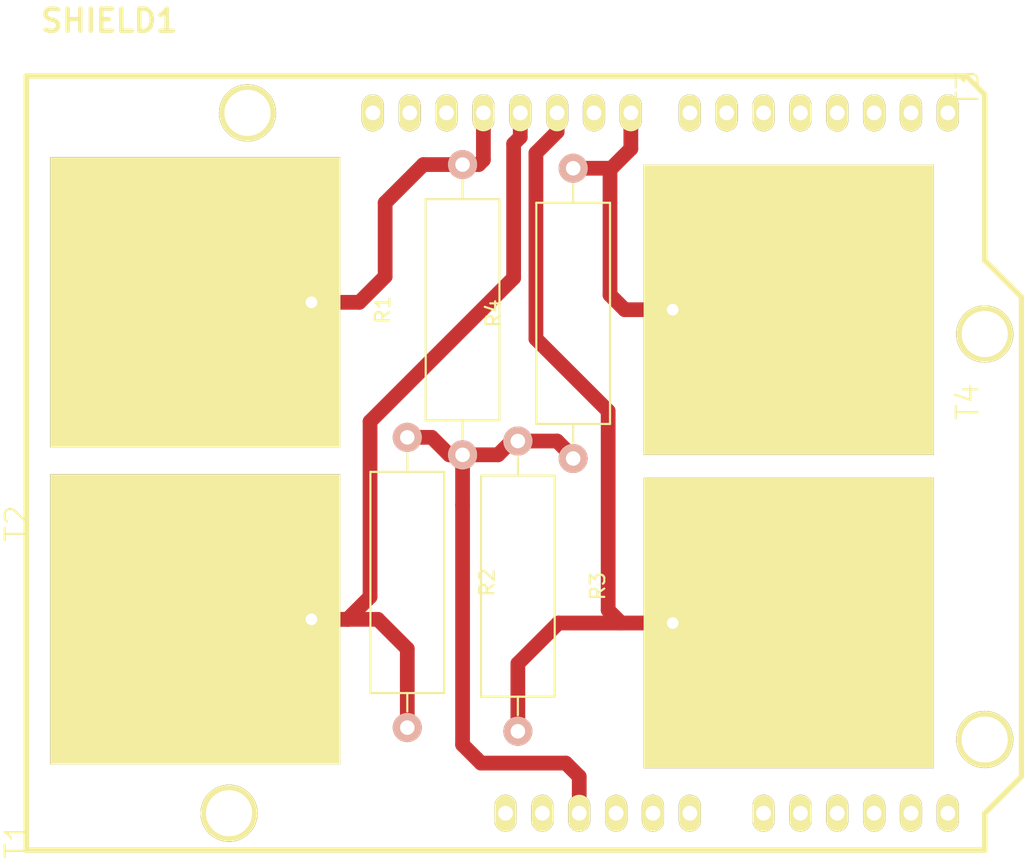
<source format=kicad_pcb>
(kicad_pcb (version 4) (host pcbnew "(2015-07-07 BZR 5906)-product")

  (general
    (links 12)
    (no_connects 0)
    (area 116.729857 43.8284 194.166143 104.007)
    (thickness 1.6)
    (drawings 0)
    (tracks 53)
    (zones 0)
    (modules 9)
    (nets 29)
  )

  (page A4)
  (layers
    (0 F.Cu signal)
    (31 B.Cu signal)
    (32 B.Adhes user)
    (33 F.Adhes user)
    (34 B.Paste user)
    (35 F.Paste user)
    (36 B.SilkS user)
    (37 F.SilkS user)
    (38 B.Mask user)
    (39 F.Mask user)
    (40 Dwgs.User user)
    (41 Cmts.User user)
    (42 Eco1.User user)
    (43 Eco2.User user)
    (44 Edge.Cuts user)
    (45 Margin user)
    (46 B.CrtYd user)
    (47 F.CrtYd user)
    (48 B.Fab user)
    (49 F.Fab user)
  )

  (setup
    (last_trace_width 1.016)
    (trace_clearance 0.52)
    (zone_clearance 0.52)
    (zone_45_only no)
    (trace_min 0.2)
    (segment_width 0.2)
    (edge_width 0.1)
    (via_size 0.6)
    (via_drill 0.4)
    (via_min_size 0.4)
    (via_min_drill 0.3)
    (uvia_size 0.3)
    (uvia_drill 0.1)
    (uvias_allowed no)
    (uvia_min_size 0)
    (uvia_min_drill 0)
    (pcb_text_width 0.3)
    (pcb_text_size 1.5 1.5)
    (mod_edge_width 0.15)
    (mod_text_size 1 1)
    (mod_text_width 0.15)
    (pad_size 1.5 1.5)
    (pad_drill 0.6)
    (pad_to_mask_clearance 0)
    (aux_axis_origin 0 0)
    (visible_elements FFFFFF3F)
    (pcbplotparams
      (layerselection 0x00000_00000001)
      (usegerberextensions false)
      (excludeedgelayer true)
      (linewidth 0.100000)
      (plotframeref false)
      (viasonmask false)
      (mode 1)
      (useauxorigin false)
      (hpglpennumber 1)
      (hpglpenspeed 20)
      (hpglpendiameter 15)
      (hpglpenoverlay 2)
      (psnegative false)
      (psa4output false)
      (plotreference true)
      (plotvalue true)
      (plotinvisibletext false)
      (padsonsilk false)
      (subtractmaskfromsilk false)
      (outputformat 1)
      (mirror false)
      (drillshape 0)
      (scaleselection 1)
      (outputdirectory gerbers/))
  )

  (net 0 "")
  (net 1 VCC)
  (net 2 Touch1)
  (net 3 Touch2)
  (net 4 Touch3)
  (net 5 Touch4)
  (net 6 "Net-(SHIELD1-PadAD5)")
  (net 7 "Net-(SHIELD1-PadAD4)")
  (net 8 "Net-(SHIELD1-PadAD3)")
  (net 9 "Net-(SHIELD1-PadAD0)")
  (net 10 "Net-(SHIELD1-PadAD1)")
  (net 11 "Net-(SHIELD1-PadAD2)")
  (net 12 "Net-(SHIELD1-PadV_IN)")
  (net 13 "Net-(SHIELD1-Pad3V3)")
  (net 14 "Net-(SHIELD1-PadRST)")
  (net 15 "Net-(SHIELD1-Pad0)")
  (net 16 "Net-(SHIELD1-Pad1)")
  (net 17 "Net-(SHIELD1-Pad6)")
  (net 18 "Net-(SHIELD1-Pad7)")
  (net 19 "Net-(SHIELD1-Pad9)")
  (net 20 "Net-(SHIELD1-Pad13)")
  (net 21 "Net-(SHIELD1-PadAREF)")
  (net 22 "Net-(SHIELD1-Pad2)")
  (net 23 "Net-(SHIELD1-Pad3)")
  (net 24 "Net-(SHIELD1-Pad4)")
  (net 25 "Net-(SHIELD1-Pad5)")
  (net 26 "Net-(SHIELD1-PadGND2)")
  (net 27 "Net-(SHIELD1-PadGND1)")
  (net 28 "Net-(SHIELD1-PadGND3)")

  (net_class Default "This is the default net class."
    (clearance 0.52)
    (trace_width 1.016)
    (via_dia 0.6)
    (via_drill 0.4)
    (uvia_dia 0.3)
    (uvia_drill 0.1)
    (add_net "Net-(SHIELD1-Pad0)")
    (add_net "Net-(SHIELD1-Pad1)")
    (add_net "Net-(SHIELD1-Pad13)")
    (add_net "Net-(SHIELD1-Pad2)")
    (add_net "Net-(SHIELD1-Pad3)")
    (add_net "Net-(SHIELD1-Pad3V3)")
    (add_net "Net-(SHIELD1-Pad4)")
    (add_net "Net-(SHIELD1-Pad5)")
    (add_net "Net-(SHIELD1-Pad6)")
    (add_net "Net-(SHIELD1-Pad7)")
    (add_net "Net-(SHIELD1-Pad9)")
    (add_net "Net-(SHIELD1-PadAD0)")
    (add_net "Net-(SHIELD1-PadAD1)")
    (add_net "Net-(SHIELD1-PadAD2)")
    (add_net "Net-(SHIELD1-PadAD3)")
    (add_net "Net-(SHIELD1-PadAD4)")
    (add_net "Net-(SHIELD1-PadAD5)")
    (add_net "Net-(SHIELD1-PadAREF)")
    (add_net "Net-(SHIELD1-PadGND1)")
    (add_net "Net-(SHIELD1-PadGND2)")
    (add_net "Net-(SHIELD1-PadGND3)")
    (add_net "Net-(SHIELD1-PadRST)")
    (add_net "Net-(SHIELD1-PadV_IN)")
    (add_net Touch1)
    (add_net Touch2)
    (add_net Touch3)
    (add_net Touch4)
    (add_net VCC)
  )

  (module Resistors_ThroughHole:Resistor_Horizontal_RM20mm (layer F.Cu) (tedit 53F56317) (tstamp 55DDDB69)
    (at 153.416 65.786 90)
    (descr "Resistor, Axial, RM 20mm,")
    (tags "Resistor, Axial, RM 20mm,")
    (path /55DDC4C3)
    (fp_text reference R1 (at 0 -5.4991 90) (layer F.SilkS)
      (effects (font (size 1 1) (thickness 0.15)))
    )
    (fp_text value 1M (at 0 5.00126 90) (layer F.Fab)
      (effects (font (size 1 1) (thickness 0.15)))
    )
    (fp_line (start -7.62 -2.54) (end -7.62 2.54) (layer F.SilkS) (width 0.15))
    (fp_line (start -7.62 2.54) (end 7.62 2.54) (layer F.SilkS) (width 0.15))
    (fp_line (start 7.62 2.54) (end 7.62 0) (layer F.SilkS) (width 0.15))
    (fp_line (start 7.62 0) (end 7.62 -2.54) (layer F.SilkS) (width 0.15))
    (fp_line (start 7.62 -2.54) (end -7.62 -2.54) (layer F.SilkS) (width 0.15))
    (fp_line (start 8.89 0) (end 7.62 0) (layer F.SilkS) (width 0.15))
    (fp_line (start -8.89 0) (end -7.62 0) (layer F.SilkS) (width 0.15))
    (pad 1 thru_hole circle (at -10 0 90) (size 1.99898 1.99898) (drill 1.00076) (layers *.Cu *.SilkS *.Mask)
      (net 1 VCC))
    (pad 2 thru_hole circle (at 10 0 90) (size 1.99898 1.99898) (drill 1.00076) (layers *.Cu *.SilkS *.Mask)
      (net 3 Touch2))
    (model Resistors_ThroughHole.3dshapes/Resistor_Horizontal_RM20mm.wrl
      (at (xyz 0 0 0))
      (scale (xyz 0.4 0.4 0.4))
      (rotate (xyz 0 0 0))
    )
  )

  (module Resistors_ThroughHole:Resistor_Horizontal_RM20mm (layer F.Cu) (tedit 53F56317) (tstamp 55DDDB6F)
    (at 149.606 84.582 270)
    (descr "Resistor, Axial, RM 20mm,")
    (tags "Resistor, Axial, RM 20mm,")
    (path /55DDC93F)
    (fp_text reference R2 (at 0 -5.4991 270) (layer F.SilkS)
      (effects (font (size 1 1) (thickness 0.15)))
    )
    (fp_text value 1M (at 0 5.00126 270) (layer F.Fab)
      (effects (font (size 1 1) (thickness 0.15)))
    )
    (fp_line (start -7.62 -2.54) (end -7.62 2.54) (layer F.SilkS) (width 0.15))
    (fp_line (start -7.62 2.54) (end 7.62 2.54) (layer F.SilkS) (width 0.15))
    (fp_line (start 7.62 2.54) (end 7.62 0) (layer F.SilkS) (width 0.15))
    (fp_line (start 7.62 0) (end 7.62 -2.54) (layer F.SilkS) (width 0.15))
    (fp_line (start 7.62 -2.54) (end -7.62 -2.54) (layer F.SilkS) (width 0.15))
    (fp_line (start 8.89 0) (end 7.62 0) (layer F.SilkS) (width 0.15))
    (fp_line (start -8.89 0) (end -7.62 0) (layer F.SilkS) (width 0.15))
    (pad 1 thru_hole circle (at -10 0 270) (size 1.99898 1.99898) (drill 1.00076) (layers *.Cu *.SilkS *.Mask)
      (net 1 VCC))
    (pad 2 thru_hole circle (at 10 0 270) (size 1.99898 1.99898) (drill 1.00076) (layers *.Cu *.SilkS *.Mask)
      (net 2 Touch1))
    (model Resistors_ThroughHole.3dshapes/Resistor_Horizontal_RM20mm.wrl
      (at (xyz 0 0 0))
      (scale (xyz 0.4 0.4 0.4))
      (rotate (xyz 0 0 0))
    )
  )

  (module Resistors_ThroughHole:Resistor_Horizontal_RM20mm (layer F.Cu) (tedit 53F56317) (tstamp 55DDDB75)
    (at 157.226 84.836 270)
    (descr "Resistor, Axial, RM 20mm,")
    (tags "Resistor, Axial, RM 20mm,")
    (path /55DDC95C)
    (fp_text reference R3 (at 0 -5.4991 270) (layer F.SilkS)
      (effects (font (size 1 1) (thickness 0.15)))
    )
    (fp_text value 1M (at 0 5.00126 270) (layer F.Fab)
      (effects (font (size 1 1) (thickness 0.15)))
    )
    (fp_line (start -7.62 -2.54) (end -7.62 2.54) (layer F.SilkS) (width 0.15))
    (fp_line (start -7.62 2.54) (end 7.62 2.54) (layer F.SilkS) (width 0.15))
    (fp_line (start 7.62 2.54) (end 7.62 0) (layer F.SilkS) (width 0.15))
    (fp_line (start 7.62 0) (end 7.62 -2.54) (layer F.SilkS) (width 0.15))
    (fp_line (start 7.62 -2.54) (end -7.62 -2.54) (layer F.SilkS) (width 0.15))
    (fp_line (start 8.89 0) (end 7.62 0) (layer F.SilkS) (width 0.15))
    (fp_line (start -8.89 0) (end -7.62 0) (layer F.SilkS) (width 0.15))
    (pad 1 thru_hole circle (at -10 0 270) (size 1.99898 1.99898) (drill 1.00076) (layers *.Cu *.SilkS *.Mask)
      (net 1 VCC))
    (pad 2 thru_hole circle (at 10 0 270) (size 1.99898 1.99898) (drill 1.00076) (layers *.Cu *.SilkS *.Mask)
      (net 5 Touch4))
    (model Resistors_ThroughHole.3dshapes/Resistor_Horizontal_RM20mm.wrl
      (at (xyz 0 0 0))
      (scale (xyz 0.4 0.4 0.4))
      (rotate (xyz 0 0 0))
    )
  )

  (module Resistors_ThroughHole:Resistor_Horizontal_RM20mm (layer F.Cu) (tedit 53F56317) (tstamp 55DDDB7B)
    (at 161.036 66.04 90)
    (descr "Resistor, Axial, RM 20mm,")
    (tags "Resistor, Axial, RM 20mm,")
    (path /55DDC97C)
    (fp_text reference R4 (at 0 -5.4991 90) (layer F.SilkS)
      (effects (font (size 1 1) (thickness 0.15)))
    )
    (fp_text value 1M (at 0 5.00126 90) (layer F.Fab)
      (effects (font (size 1 1) (thickness 0.15)))
    )
    (fp_line (start -7.62 -2.54) (end -7.62 2.54) (layer F.SilkS) (width 0.15))
    (fp_line (start -7.62 2.54) (end 7.62 2.54) (layer F.SilkS) (width 0.15))
    (fp_line (start 7.62 2.54) (end 7.62 0) (layer F.SilkS) (width 0.15))
    (fp_line (start 7.62 0) (end 7.62 -2.54) (layer F.SilkS) (width 0.15))
    (fp_line (start 7.62 -2.54) (end -7.62 -2.54) (layer F.SilkS) (width 0.15))
    (fp_line (start 8.89 0) (end 7.62 0) (layer F.SilkS) (width 0.15))
    (fp_line (start -8.89 0) (end -7.62 0) (layer F.SilkS) (width 0.15))
    (pad 1 thru_hole circle (at -10 0 90) (size 1.99898 1.99898) (drill 1.00076) (layers *.Cu *.SilkS *.Mask)
      (net 1 VCC))
    (pad 2 thru_hole circle (at 10 0 90) (size 1.99898 1.99898) (drill 1.00076) (layers *.Cu *.SilkS *.Mask)
      (net 4 Touch3))
    (model Resistors_ThroughHole.3dshapes/Resistor_Horizontal_RM20mm.wrl
      (at (xyz 0 0 0))
      (scale (xyz 0.4 0.4 0.4))
      (rotate (xyz 0 0 0))
    )
  )

  (module arduino_shields:ARDUINO_SHIELD_040pins (layer F.Cu) (tedit 4E06D824) (tstamp 55DDDB9F)
    (at 123.3551 103.0224)
    (path /55DDC378)
    (fp_text reference SHIELD1 (at 5.715 -57.15) (layer F.SilkS)
      (effects (font (thickness 0.3048)))
    )
    (fp_text value ARDUINO_SHIELD (at 10.16 -54.61) (layer F.SilkS) hide
      (effects (font (thickness 0.3048)))
    )
    (fp_line (start 66.04 -40.64) (end 66.04 -52.07) (layer F.SilkS) (width 0.381))
    (fp_line (start 66.04 -52.07) (end 64.77 -53.34) (layer F.SilkS) (width 0.381))
    (fp_line (start 64.77 -53.34) (end 0 -53.34) (layer F.SilkS) (width 0.381))
    (fp_line (start 66.04 0) (end 0 0) (layer F.SilkS) (width 0.381))
    (fp_line (start 0 0) (end 0 -53.34) (layer F.SilkS) (width 0.381))
    (fp_line (start 66.04 -40.64) (end 68.58 -38.1) (layer F.SilkS) (width 0.381))
    (fp_line (start 68.58 -38.1) (end 68.58 -5.08) (layer F.SilkS) (width 0.381))
    (fp_line (start 68.58 -5.08) (end 66.04 -2.54) (layer F.SilkS) (width 0.381))
    (fp_line (start 66.04 -2.54) (end 66.04 0) (layer F.SilkS) (width 0.381))
    (pad AD5 thru_hole oval (at 63.5 -2.54 90) (size 2.54 1.524) (drill 1.016) (layers *.Cu *.Mask F.SilkS)
      (net 6 "Net-(SHIELD1-PadAD5)"))
    (pad AD4 thru_hole oval (at 60.96 -2.54 90) (size 2.54 1.524) (drill 1.016) (layers *.Cu *.Mask F.SilkS)
      (net 7 "Net-(SHIELD1-PadAD4)"))
    (pad AD3 thru_hole oval (at 58.42 -2.54 90) (size 2.54 1.524) (drill 1.016) (layers *.Cu *.Mask F.SilkS)
      (net 8 "Net-(SHIELD1-PadAD3)"))
    (pad AD0 thru_hole oval (at 50.8 -2.54 90) (size 2.54 1.524) (drill 1.016) (layers *.Cu *.Mask F.SilkS)
      (net 9 "Net-(SHIELD1-PadAD0)"))
    (pad AD1 thru_hole oval (at 53.34 -2.54 90) (size 2.54 1.524) (drill 1.016) (layers *.Cu *.Mask F.SilkS)
      (net 10 "Net-(SHIELD1-PadAD1)"))
    (pad AD2 thru_hole oval (at 55.88 -2.54 90) (size 2.54 1.524) (drill 1.016) (layers *.Cu *.Mask F.SilkS)
      (net 11 "Net-(SHIELD1-PadAD2)"))
    (pad V_IN thru_hole oval (at 45.72 -2.54 90) (size 2.54 1.524) (drill 1.016) (layers *.Cu *.Mask F.SilkS)
      (net 12 "Net-(SHIELD1-PadV_IN)"))
    (pad GND2 thru_hole oval (at 43.18 -2.54 90) (size 2.54 1.524) (drill 1.016) (layers *.Cu *.Mask F.SilkS)
      (net 26 "Net-(SHIELD1-PadGND2)"))
    (pad GND1 thru_hole oval (at 40.64 -2.54 90) (size 2.54 1.524) (drill 1.016) (layers *.Cu *.Mask F.SilkS)
      (net 27 "Net-(SHIELD1-PadGND1)"))
    (pad 3V3 thru_hole oval (at 35.56 -2.54 90) (size 2.54 1.524) (drill 1.016) (layers *.Cu *.Mask F.SilkS)
      (net 13 "Net-(SHIELD1-Pad3V3)"))
    (pad RST thru_hole oval (at 33.02 -2.54 90) (size 2.54 1.524) (drill 1.016) (layers *.Cu *.Mask F.SilkS)
      (net 14 "Net-(SHIELD1-PadRST)"))
    (pad 0 thru_hole oval (at 63.5 -50.8 90) (size 2.54 1.524) (drill 1.016) (layers *.Cu *.Mask F.SilkS)
      (net 15 "Net-(SHIELD1-Pad0)"))
    (pad 1 thru_hole oval (at 60.96 -50.8 90) (size 2.54 1.524) (drill 1.016) (layers *.Cu *.Mask F.SilkS)
      (net 16 "Net-(SHIELD1-Pad1)"))
    (pad 2 thru_hole oval (at 58.42 -50.8 90) (size 2.54 1.524) (drill 1.016) (layers *.Cu *.Mask F.SilkS)
      (net 22 "Net-(SHIELD1-Pad2)"))
    (pad 3 thru_hole oval (at 55.88 -50.8 90) (size 2.54 1.524) (drill 1.016) (layers *.Cu *.Mask F.SilkS)
      (net 23 "Net-(SHIELD1-Pad3)"))
    (pad 4 thru_hole oval (at 53.34 -50.8 90) (size 2.54 1.524) (drill 1.016) (layers *.Cu *.Mask F.SilkS)
      (net 24 "Net-(SHIELD1-Pad4)"))
    (pad 5 thru_hole oval (at 50.8 -50.8 90) (size 2.54 1.524) (drill 1.016) (layers *.Cu *.Mask F.SilkS)
      (net 25 "Net-(SHIELD1-Pad5)"))
    (pad 6 thru_hole oval (at 48.26 -50.8 90) (size 2.54 1.524) (drill 1.016) (layers *.Cu *.Mask F.SilkS)
      (net 17 "Net-(SHIELD1-Pad6)"))
    (pad 7 thru_hole oval (at 45.72 -50.8 90) (size 2.54 1.524) (drill 1.016) (layers *.Cu *.Mask F.SilkS)
      (net 18 "Net-(SHIELD1-Pad7)"))
    (pad 8 thru_hole oval (at 41.656 -50.8 90) (size 2.54 1.524) (drill 1.016) (layers *.Cu *.Mask F.SilkS)
      (net 4 Touch3))
    (pad 9 thru_hole oval (at 39.116 -50.8 90) (size 2.54 1.524) (drill 1.016) (layers *.Cu *.Mask F.SilkS)
      (net 19 "Net-(SHIELD1-Pad9)"))
    (pad 10 thru_hole oval (at 36.576 -50.8 90) (size 2.54 1.524) (drill 1.016) (layers *.Cu *.Mask F.SilkS)
      (net 5 Touch4))
    (pad 11 thru_hole oval (at 34.036 -50.8 90) (size 2.54 1.524) (drill 1.016) (layers *.Cu *.Mask F.SilkS)
      (net 2 Touch1))
    (pad 12 thru_hole oval (at 31.496 -50.8 90) (size 2.54 1.524) (drill 1.016) (layers *.Cu *.Mask F.SilkS)
      (net 3 Touch2))
    (pad 13 thru_hole oval (at 28.956 -50.8 90) (size 2.54 1.524) (drill 1.016) (layers *.Cu *.Mask F.SilkS)
      (net 20 "Net-(SHIELD1-Pad13)"))
    (pad GND3 thru_hole oval (at 26.416 -50.8 90) (size 2.54 1.524) (drill 1.016) (layers *.Cu *.Mask F.SilkS)
      (net 28 "Net-(SHIELD1-PadGND3)"))
    (pad AREF thru_hole oval (at 23.876 -50.8 90) (size 2.54 1.524) (drill 1.016) (layers *.Cu *.Mask F.SilkS)
      (net 21 "Net-(SHIELD1-PadAREF)"))
    (pad 5V thru_hole oval (at 38.1 -2.54 90) (size 2.54 1.524) (drill 1.016) (layers *.Cu *.Mask F.SilkS)
      (net 1 VCC))
    (pad "" thru_hole circle (at 66.04 -7.62 90) (size 3.937 3.937) (drill 3.175) (layers *.Cu *.Mask F.SilkS))
    (pad "" thru_hole circle (at 66.04 -35.56 90) (size 3.937 3.937) (drill 3.175) (layers *.Cu *.Mask F.SilkS))
    (pad "" thru_hole circle (at 15.24 -50.8 90) (size 3.937 3.937) (drill 3.175) (layers *.Cu *.Mask F.SilkS))
    (pad "" thru_hole circle (at 13.97 -2.54 90) (size 3.937 3.937) (drill 3.175) (layers *.Cu *.Mask F.SilkS))
  )

  (module library:TouchPad (layer F.Cu) (tedit 55DDDAA8) (tstamp 55DDDBA4)
    (at 143.002 87.122 90)
    (path /55DDD9D7)
    (fp_text reference T1 (at -15.24 -20.32 90) (layer F.SilkS)
      (effects (font (size 1.5 1.5) (thickness 0.15)))
    )
    (fp_text value TouchPad (at 7.62 -20.32 90) (layer F.Fab)
      (effects (font (size 1.5 1.5) (thickness 0.15)))
    )
    (pad 1 thru_hole rect (at 0 0 90) (size 20 20) (drill 0.8 (offset 0 -8)) (layers *.Cu *.Mask F.SilkS)
      (net 2 Touch1))
  )

  (module library:TouchPad (layer F.Cu) (tedit 55DDDAA8) (tstamp 55DDDBA9)
    (at 143.002 65.278 90)
    (path /55DDDA20)
    (fp_text reference T2 (at -15.24 -20.32 90) (layer F.SilkS)
      (effects (font (size 1.5 1.5) (thickness 0.15)))
    )
    (fp_text value TouchPad (at 7.62 -20.32 90) (layer F.Fab)
      (effects (font (size 1.5 1.5) (thickness 0.15)))
    )
    (pad 1 thru_hole rect (at 0 0 90) (size 20 20) (drill 0.8 (offset 0 -8)) (layers *.Cu *.Mask F.SilkS)
      (net 3 Touch2))
  )

  (module library:TouchPad (layer F.Cu) (tedit 55DDDAA8) (tstamp 55DDDBAE)
    (at 167.894 65.786 270)
    (path /55DDDA5B)
    (fp_text reference T3 (at -15.24 -20.32 270) (layer F.SilkS)
      (effects (font (size 1.5 1.5) (thickness 0.15)))
    )
    (fp_text value TouchPad (at 7.62 -20.32 270) (layer F.Fab)
      (effects (font (size 1.5 1.5) (thickness 0.15)))
    )
    (pad 1 thru_hole rect (at 0 0 270) (size 20 20) (drill 0.8 (offset 0 -8)) (layers *.Cu *.Mask F.SilkS)
      (net 4 Touch3))
  )

  (module library:TouchPad (layer F.Cu) (tedit 55DDDAA8) (tstamp 55DDDBB3)
    (at 167.894 87.376 270)
    (path /55DDDA9D)
    (fp_text reference T4 (at -15.24 -20.32 270) (layer F.SilkS)
      (effects (font (size 1.5 1.5) (thickness 0.15)))
    )
    (fp_text value TouchPad (at 7.62 -20.32 270) (layer F.Fab)
      (effects (font (size 1.5 1.5) (thickness 0.15)))
    )
    (pad 1 thru_hole rect (at 0 0 270) (size 20 20) (drill 0.8 (offset 0 -8)) (layers *.Cu *.Mask F.SilkS)
      (net 5 Touch4))
  )

  (segment (start 161.4551 100.4824) (end 161.4551 97.9551) (width 1.016) (layer F.Cu) (net 1) (status 400000))
  (segment (start 161.4551 97.9551) (end 160.528 97.028) (width 1.016) (layer F.Cu) (net 1) (tstamp 55DDE1DD))
  (segment (start 160.528 97.028) (end 154.686 97.028) (width 1.016) (layer F.Cu) (net 1) (tstamp 55DDE1DE))
  (segment (start 154.686 97.028) (end 153.416 95.758) (width 1.016) (layer F.Cu) (net 1) (tstamp 55DDE1DF))
  (segment (start 153.416 95.758) (end 153.416 79.248) (width 1.016) (layer F.Cu) (net 1) (tstamp 55DDE1E0))
  (segment (start 153.416 79.248) (end 153.416 75.786) (width 1.016) (layer F.Cu) (net 1) (tstamp 55DDE1E8) (status 800000))
  (segment (start 153.416 75.786) (end 152.494 75.786) (width 1.016) (layer F.Cu) (net 1) (status C00000))
  (segment (start 152.494 75.786) (end 151.29 74.582) (width 1.016) (layer F.Cu) (net 1) (tstamp 55DDE1D9) (status 400000))
  (segment (start 151.29 74.582) (end 149.606 74.582) (width 1.016) (layer F.Cu) (net 1) (tstamp 55DDE1DA) (status 800000))
  (segment (start 157.226 74.836) (end 156.812 74.836) (width 1.016) (layer F.Cu) (net 1) (status C00000))
  (segment (start 156.812 74.836) (end 155.862 75.786) (width 1.016) (layer F.Cu) (net 1) (tstamp 55DDE1D5) (status 400000))
  (segment (start 155.862 75.786) (end 153.416 75.786) (width 1.016) (layer F.Cu) (net 1) (tstamp 55DDE1D6) (status 800000))
  (segment (start 161.036 76.04) (end 161.036 75.946) (width 1.016) (layer F.Cu) (net 1) (status C00000))
  (segment (start 161.036 75.946) (end 159.926 74.836) (width 1.016) (layer F.Cu) (net 1) (tstamp 55DDE1D1) (status 400000))
  (segment (start 159.926 74.836) (end 157.226 74.836) (width 1.016) (layer F.Cu) (net 1) (tstamp 55DDE1D2) (status 800000))
  (segment (start 160.97 75.852) (end 161.036 75.786) (width 1.016) (layer B.Cu) (net 1) (tstamp 55DDDD77))
  (segment (start 143.002 87.122) (end 145.4912 87.122) (width 1.016) (layer F.Cu) (net 2) (status 400000))
  (segment (start 157.3911 53.898266) (end 157.3911 52.2224) (width 1.016) (layer F.Cu) (net 2) (tstamp 55DDE303) (status 800000))
  (segment (start 156.934598 54.354768) (end 157.3911 53.898266) (width 1.016) (layer F.Cu) (net 2) (tstamp 55DDE302))
  (segment (start 156.934598 63.6016) (end 156.934598 54.354768) (width 1.016) (layer F.Cu) (net 2) (tstamp 55DDE300))
  (segment (start 147.0406 73.495598) (end 156.934598 63.6016) (width 1.016) (layer F.Cu) (net 2) (tstamp 55DDE2FC))
  (segment (start 147.0406 85.5726) (end 147.0406 73.495598) (width 1.016) (layer F.Cu) (net 2) (tstamp 55DDE2F9))
  (segment (start 145.4912 87.122) (end 147.0406 85.5726) (width 1.016) (layer F.Cu) (net 2) (tstamp 55DDE2F5))
  (segment (start 143.002 87.122) (end 145.542 87.122) (width 1.016) (layer F.Cu) (net 2) (status 400000))
  (segment (start 149.606 94.582) (end 149.606 89.154) (width 1.016) (layer F.Cu) (net 2) (status 400000))
  (segment (start 149.606 89.154) (end 147.574 87.122) (width 1.016) (layer F.Cu) (net 2) (tstamp 55DDE1C1))
  (segment (start 147.574 87.122) (end 145.542 87.122) (width 1.016) (layer F.Cu) (net 2) (tstamp 55DDE1C5))
  (segment (start 143.002 65.278) (end 146.304 65.278) (width 1.016) (layer F.Cu) (net 3) (status 400000))
  (segment (start 150.716 55.786) (end 153.416 55.786) (width 1.016) (layer F.Cu) (net 3) (tstamp 55DDE21C) (status 800000))
  (segment (start 148.082 58.42) (end 150.716 55.786) (width 1.016) (layer F.Cu) (net 3) (tstamp 55DDE21A))
  (segment (start 148.082 63.5) (end 148.082 58.42) (width 1.016) (layer F.Cu) (net 3) (tstamp 55DDE219))
  (segment (start 146.304 65.278) (end 148.082 63.5) (width 1.016) (layer F.Cu) (net 3) (tstamp 55DDE218))
  (segment (start 153.416 55.786) (end 154.526 55.786) (width 1.016) (layer F.Cu) (net 3) (status 400000))
  (segment (start 154.8511 55.4609) (end 154.8511 52.2224) (width 1.016) (layer F.Cu) (net 3) (tstamp 55DDE18F) (status 800000))
  (segment (start 154.526 55.786) (end 154.8511 55.4609) (width 1.016) (layer F.Cu) (net 3) (tstamp 55DDE18C))
  (segment (start 167.894 65.786) (end 164.592 65.786) (width 1.016) (layer F.Cu) (net 4) (status 400000))
  (segment (start 163.576 64.77) (end 163.576 56.04) (width 1.016) (layer F.Cu) (net 4) (tstamp 55DDE20A))
  (segment (start 164.592 65.786) (end 163.576 64.77) (width 1.016) (layer F.Cu) (net 4) (tstamp 55DDE206))
  (segment (start 161.036 56.04) (end 163.576 56.04) (width 1.016) (layer F.Cu) (net 4) (status 400000))
  (segment (start 163.576 56.04) (end 163.67 56.04) (width 1.016) (layer F.Cu) (net 4) (tstamp 55DDE20E))
  (segment (start 163.67 56.04) (end 165.0111 54.6989) (width 1.016) (layer F.Cu) (net 4) (tstamp 55DDE192))
  (segment (start 165.0111 54.6989) (end 165.0111 52.2224) (width 1.016) (layer F.Cu) (net 4) (tstamp 55DDE193) (status 800000))
  (segment (start 167.734 65.946) (end 167.894 65.786) (width 1.016) (layer B.Cu) (net 4) (tstamp 55DDDC5B))
  (segment (start 159.9311 52.2224) (end 159.9311 53.5305) (width 1.016) (layer F.Cu) (net 5) (status 400000))
  (segment (start 163.449 86.487) (end 164.338 87.376) (width 1.016) (layer F.Cu) (net 5) (tstamp 55DDE2DA))
  (segment (start 163.449 72.771) (end 163.449 86.487) (width 1.016) (layer F.Cu) (net 5) (tstamp 55DDE2D8))
  (segment (start 158.4706 67.7926) (end 163.449 72.771) (width 1.016) (layer F.Cu) (net 5) (tstamp 55DDE2D3))
  (segment (start 158.4706 54.991) (end 158.4706 67.7926) (width 1.016) (layer F.Cu) (net 5) (tstamp 55DDE2CD))
  (segment (start 159.9311 53.5305) (end 158.4706 54.991) (width 1.016) (layer F.Cu) (net 5) (tstamp 55DDE2CC))
  (segment (start 157.226 94.836) (end 157.226 90.17) (width 1.016) (layer F.Cu) (net 5) (status 400000))
  (segment (start 160.02 87.376) (end 164.338 87.376) (width 1.016) (layer F.Cu) (net 5) (tstamp 55DDE1CD))
  (segment (start 164.338 87.376) (end 167.894 87.376) (width 1.016) (layer F.Cu) (net 5) (tstamp 55DDE204) (status 800000))
  (segment (start 157.226 90.17) (end 160.02 87.376) (width 1.016) (layer F.Cu) (net 5) (tstamp 55DDE1C8))

)

</source>
